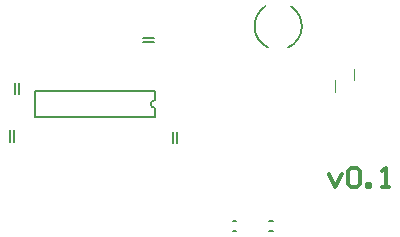
<source format=gto>
G04 Layer_Color=65535*
%FSLAX24Y24*%
%MOIN*%
G70*
G01*
G75*
%ADD16C,0.0118*%
%ADD30C,0.0079*%
%ADD31C,0.0050*%
%ADD32C,0.0039*%
D16*
X11339Y2388D02*
X11548Y1969D01*
X11758Y2388D01*
X11968Y2493D02*
X12073Y2598D01*
X12283D01*
X12388Y2493D01*
Y2073D01*
X12283Y1969D01*
X12073D01*
X11968Y2073D01*
Y2493D01*
X12598Y1969D02*
Y2073D01*
X12703D01*
Y1969D01*
X12598D01*
X13123D02*
X13333D01*
X13228D01*
Y2598D01*
X13123Y2493D01*
D30*
X5526Y4849D02*
G03*
X5526Y4599I0J-125D01*
G01*
X9222Y7987D02*
G03*
X9318Y6607I423J-664D01*
G01*
X9973D02*
G03*
X10069Y7987I-327J716D01*
G01*
X1526Y5154D02*
X5526D01*
X1526Y4295D02*
Y5154D01*
Y4295D02*
X5526D01*
Y4599D01*
Y4849D02*
Y5154D01*
D31*
X9349Y829D02*
X9469D01*
X9349Y509D02*
X9469D01*
X8129Y829D02*
X8249D01*
X8129Y509D02*
X8249D01*
X857Y3474D02*
Y3849D01*
X717Y3474D02*
Y3849D01*
X6150Y3435D02*
Y3810D01*
X6290Y3435D02*
Y3810D01*
X1015Y5049D02*
Y5424D01*
X875Y5049D02*
Y5424D01*
X5127Y6920D02*
X5502D01*
X5127Y6780D02*
X5502D01*
D32*
X11535Y5118D02*
Y5512D01*
X12165D02*
Y5906D01*
M02*

</source>
